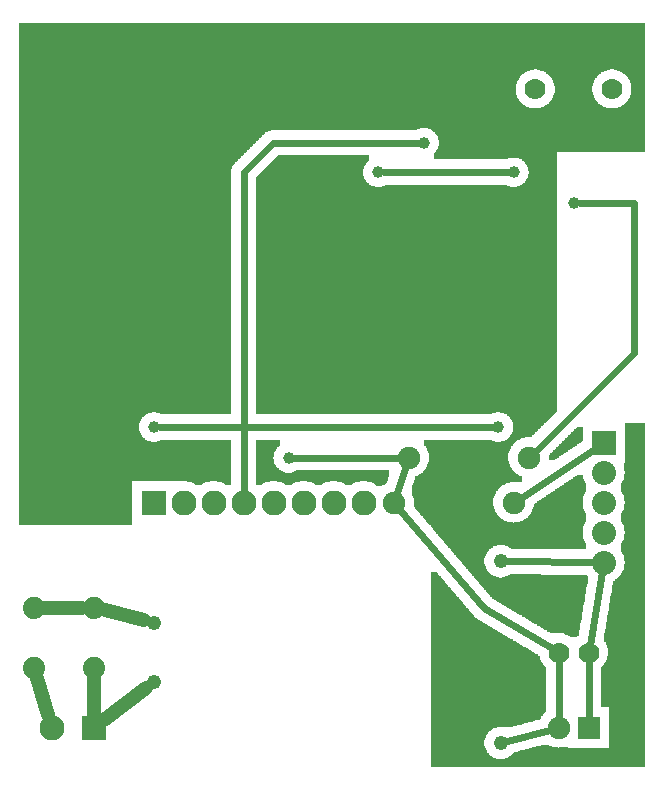
<source format=gbl>
G04 MADE WITH FRITZING*
G04 WWW.FRITZING.ORG*
G04 DOUBLE SIDED*
G04 HOLES PLATED*
G04 CONTOUR ON CENTER OF CONTOUR VECTOR*
%ASAXBY*%
%FSLAX23Y23*%
%MOIN*%
%OFA0B0*%
%SFA1.0B1.0*%
%ADD10C,0.075000*%
%ADD11C,0.074000*%
%ADD12C,0.047978*%
%ADD13C,0.080000*%
%ADD14C,0.083307*%
%ADD15C,0.070000*%
%ADD16C,0.039370*%
%ADD17R,0.080000X0.080000*%
%ADD18R,0.083307X0.083307*%
%ADD19R,0.075000X0.075000*%
%ADD20C,0.048000*%
%ADD21C,0.024000*%
%LNCOPPER0*%
G90*
G70*
G54D10*
X122Y2451D03*
X2065Y628D03*
G54D11*
X87Y372D03*
X87Y572D03*
X287Y572D03*
X287Y372D03*
G54D12*
X487Y325D03*
X487Y522D03*
X1644Y727D03*
X1644Y121D03*
G54D13*
X1987Y1122D03*
X1987Y1022D03*
X1987Y922D03*
X1987Y822D03*
X1987Y722D03*
G54D14*
X487Y922D03*
X587Y922D03*
X687Y922D03*
X787Y922D03*
X887Y922D03*
X987Y922D03*
X1087Y922D03*
X1187Y922D03*
X287Y172D03*
X149Y172D03*
G54D10*
X1937Y172D03*
X1837Y172D03*
G54D15*
X1937Y422D03*
X1837Y422D03*
X1937Y422D03*
X1837Y422D03*
G54D10*
X1687Y922D03*
X1287Y922D03*
X1737Y1072D03*
X1337Y1072D03*
G54D15*
X2015Y2300D03*
X1759Y2300D03*
G54D16*
X1389Y2121D03*
X1888Y1921D03*
X1688Y2023D03*
X1235Y2023D03*
X937Y1071D03*
X488Y1173D03*
X1636Y1173D03*
G54D17*
X1987Y1122D03*
G54D18*
X487Y922D03*
X287Y172D03*
G54D19*
X1937Y172D03*
G54D20*
X455Y530D02*
X324Y563D01*
D02*
X249Y572D02*
X125Y572D01*
D02*
X98Y336D02*
X136Y214D01*
D02*
X287Y334D02*
X287Y216D01*
G54D21*
D02*
X1810Y165D02*
X1666Y126D01*
G54D20*
D02*
X322Y199D02*
X461Y305D01*
G54D21*
D02*
X1589Y570D02*
X1815Y436D01*
D02*
X1306Y900D02*
X1589Y570D01*
D02*
X1837Y396D02*
X1837Y201D01*
D02*
X1937Y396D02*
X1937Y201D01*
D02*
X1982Y691D02*
X1942Y448D01*
D02*
X1667Y726D02*
X1956Y723D01*
D02*
X1328Y1045D02*
X1296Y949D01*
D02*
X1711Y938D02*
X1961Y1105D01*
D02*
X885Y2121D02*
X1370Y2121D01*
D02*
X787Y2023D02*
X885Y2121D01*
D02*
X787Y955D02*
X787Y2023D01*
D02*
X2089Y1921D02*
X1907Y1921D01*
D02*
X2089Y1421D02*
X2089Y1921D01*
D02*
X1758Y1092D02*
X2089Y1421D01*
D02*
X1254Y2023D02*
X1669Y2023D01*
D02*
X956Y1071D02*
X1309Y1072D01*
D02*
X1617Y1173D02*
X507Y1173D01*
G36*
X1898Y1174D02*
X1898Y1172D01*
X1896Y1172D01*
X1896Y1170D01*
X1894Y1170D01*
X1894Y1168D01*
X1892Y1168D01*
X1892Y1166D01*
X1890Y1166D01*
X1890Y1164D01*
X1888Y1164D01*
X1888Y1162D01*
X1886Y1162D01*
X1886Y1160D01*
X1884Y1160D01*
X1884Y1158D01*
X1882Y1158D01*
X1882Y1156D01*
X1880Y1156D01*
X1880Y1154D01*
X1878Y1154D01*
X1878Y1152D01*
X1876Y1152D01*
X1876Y1150D01*
X1874Y1150D01*
X1874Y1148D01*
X1872Y1148D01*
X1872Y1146D01*
X1870Y1146D01*
X1870Y1144D01*
X1868Y1144D01*
X1868Y1142D01*
X1866Y1142D01*
X1866Y1140D01*
X1864Y1140D01*
X1864Y1138D01*
X1862Y1138D01*
X1862Y1136D01*
X1860Y1136D01*
X1860Y1134D01*
X1858Y1134D01*
X1858Y1132D01*
X1856Y1132D01*
X1856Y1130D01*
X1854Y1130D01*
X1854Y1128D01*
X1852Y1128D01*
X1852Y1126D01*
X1850Y1126D01*
X1850Y1124D01*
X1848Y1124D01*
X1848Y1122D01*
X1846Y1122D01*
X1846Y1120D01*
X1844Y1120D01*
X1844Y1118D01*
X1842Y1118D01*
X1842Y1116D01*
X1840Y1116D01*
X1840Y1114D01*
X1838Y1114D01*
X1838Y1112D01*
X1836Y1112D01*
X1836Y1110D01*
X1834Y1110D01*
X1834Y1108D01*
X1832Y1108D01*
X1832Y1106D01*
X1830Y1106D01*
X1830Y1104D01*
X1828Y1104D01*
X1828Y1102D01*
X1826Y1102D01*
X1826Y1100D01*
X1824Y1100D01*
X1824Y1098D01*
X1822Y1098D01*
X1822Y1096D01*
X1820Y1096D01*
X1820Y1094D01*
X1818Y1094D01*
X1818Y1092D01*
X1816Y1092D01*
X1816Y1090D01*
X1814Y1090D01*
X1814Y1088D01*
X1812Y1088D01*
X1812Y1086D01*
X1810Y1086D01*
X1810Y1084D01*
X1808Y1084D01*
X1808Y1082D01*
X1806Y1082D01*
X1806Y1080D01*
X1804Y1080D01*
X1804Y1064D01*
X1826Y1064D01*
X1826Y1066D01*
X1828Y1066D01*
X1828Y1068D01*
X1832Y1068D01*
X1832Y1070D01*
X1834Y1070D01*
X1834Y1072D01*
X1838Y1072D01*
X1838Y1074D01*
X1840Y1074D01*
X1840Y1076D01*
X1844Y1076D01*
X1844Y1078D01*
X1846Y1078D01*
X1846Y1080D01*
X1850Y1080D01*
X1850Y1082D01*
X1852Y1082D01*
X1852Y1084D01*
X1856Y1084D01*
X1856Y1086D01*
X1858Y1086D01*
X1858Y1088D01*
X1862Y1088D01*
X1862Y1090D01*
X1864Y1090D01*
X1864Y1092D01*
X1868Y1092D01*
X1868Y1094D01*
X1870Y1094D01*
X1870Y1096D01*
X1874Y1096D01*
X1874Y1098D01*
X1876Y1098D01*
X1876Y1100D01*
X1880Y1100D01*
X1880Y1102D01*
X1882Y1102D01*
X1882Y1104D01*
X1886Y1104D01*
X1886Y1106D01*
X1888Y1106D01*
X1888Y1108D01*
X1892Y1108D01*
X1892Y1110D01*
X1894Y1110D01*
X1894Y1112D01*
X1898Y1112D01*
X1898Y1114D01*
X1900Y1114D01*
X1900Y1116D01*
X1904Y1116D01*
X1904Y1118D01*
X1906Y1118D01*
X1906Y1120D01*
X1910Y1120D01*
X1910Y1122D01*
X1912Y1122D01*
X1912Y1124D01*
X1916Y1124D01*
X1916Y1126D01*
X1918Y1126D01*
X1918Y1174D01*
X1898Y1174D01*
G37*
D02*
G36*
X830Y1132D02*
X830Y1022D01*
X926Y1022D01*
X926Y1024D01*
X920Y1024D01*
X920Y1026D01*
X914Y1026D01*
X914Y1028D01*
X912Y1028D01*
X912Y1030D01*
X908Y1030D01*
X908Y1032D01*
X906Y1032D01*
X906Y1034D01*
X904Y1034D01*
X904Y1036D01*
X900Y1036D01*
X900Y1040D01*
X898Y1040D01*
X898Y1042D01*
X896Y1042D01*
X896Y1044D01*
X894Y1044D01*
X894Y1048D01*
X892Y1048D01*
X892Y1052D01*
X890Y1052D01*
X890Y1058D01*
X888Y1058D01*
X888Y1068D01*
X886Y1068D01*
X886Y1074D01*
X888Y1074D01*
X888Y1086D01*
X890Y1086D01*
X890Y1092D01*
X892Y1092D01*
X892Y1094D01*
X894Y1094D01*
X894Y1098D01*
X896Y1098D01*
X896Y1102D01*
X898Y1102D01*
X898Y1104D01*
X900Y1104D01*
X900Y1106D01*
X902Y1106D01*
X902Y1108D01*
X904Y1108D01*
X904Y1110D01*
X906Y1110D01*
X906Y1112D01*
X910Y1112D01*
X910Y1132D01*
X830Y1132D01*
G37*
D02*
G36*
X962Y1030D02*
X962Y1028D01*
X958Y1028D01*
X958Y1026D01*
X954Y1026D01*
X954Y1024D01*
X948Y1024D01*
X948Y1022D01*
X1272Y1022D01*
X1272Y1030D01*
X962Y1030D01*
G37*
D02*
G36*
X830Y1022D02*
X830Y1020D01*
X1272Y1020D01*
X1272Y1022D01*
X830Y1022D01*
G37*
D02*
G36*
X830Y1022D02*
X830Y1020D01*
X1272Y1020D01*
X1272Y1022D01*
X830Y1022D01*
G37*
D02*
G36*
X830Y1020D02*
X830Y994D01*
X1198Y994D01*
X1198Y992D01*
X1208Y992D01*
X1208Y990D01*
X1214Y990D01*
X1214Y988D01*
X1218Y988D01*
X1218Y986D01*
X1222Y986D01*
X1222Y984D01*
X1226Y984D01*
X1226Y982D01*
X1228Y982D01*
X1228Y980D01*
X1230Y980D01*
X1230Y978D01*
X1250Y978D01*
X1250Y980D01*
X1254Y980D01*
X1254Y982D01*
X1258Y982D01*
X1258Y984D01*
X1262Y984D01*
X1262Y986D01*
X1264Y986D01*
X1264Y988D01*
X1266Y988D01*
X1266Y994D01*
X1268Y994D01*
X1268Y1000D01*
X1270Y1000D01*
X1270Y1006D01*
X1272Y1006D01*
X1272Y1020D01*
X830Y1020D01*
G37*
D02*
G36*
X830Y994D02*
X830Y982D01*
X850Y982D01*
X850Y984D01*
X852Y984D01*
X852Y986D01*
X856Y986D01*
X856Y988D01*
X860Y988D01*
X860Y990D01*
X866Y990D01*
X866Y992D01*
X876Y992D01*
X876Y994D01*
X830Y994D01*
G37*
D02*
G36*
X898Y994D02*
X898Y992D01*
X908Y992D01*
X908Y990D01*
X914Y990D01*
X914Y988D01*
X918Y988D01*
X918Y986D01*
X922Y986D01*
X922Y984D01*
X926Y984D01*
X926Y982D01*
X950Y982D01*
X950Y984D01*
X952Y984D01*
X952Y986D01*
X956Y986D01*
X956Y988D01*
X960Y988D01*
X960Y990D01*
X966Y990D01*
X966Y992D01*
X976Y992D01*
X976Y994D01*
X898Y994D01*
G37*
D02*
G36*
X998Y994D02*
X998Y992D01*
X1008Y992D01*
X1008Y990D01*
X1014Y990D01*
X1014Y988D01*
X1018Y988D01*
X1018Y986D01*
X1022Y986D01*
X1022Y984D01*
X1026Y984D01*
X1026Y982D01*
X1050Y982D01*
X1050Y984D01*
X1052Y984D01*
X1052Y986D01*
X1056Y986D01*
X1056Y988D01*
X1060Y988D01*
X1060Y990D01*
X1066Y990D01*
X1066Y992D01*
X1076Y992D01*
X1076Y994D01*
X998Y994D01*
G37*
D02*
G36*
X1098Y994D02*
X1098Y992D01*
X1108Y992D01*
X1108Y990D01*
X1114Y990D01*
X1114Y988D01*
X1118Y988D01*
X1118Y986D01*
X1122Y986D01*
X1122Y984D01*
X1126Y984D01*
X1126Y982D01*
X1150Y982D01*
X1150Y984D01*
X1152Y984D01*
X1152Y986D01*
X1156Y986D01*
X1156Y988D01*
X1160Y988D01*
X1160Y990D01*
X1166Y990D01*
X1166Y992D01*
X1176Y992D01*
X1176Y994D01*
X1098Y994D01*
G37*
D02*
G36*
X40Y2522D02*
X40Y2366D01*
X2022Y2366D01*
X2022Y2364D01*
X2032Y2364D01*
X2032Y2362D01*
X2038Y2362D01*
X2038Y2360D01*
X2042Y2360D01*
X2042Y2358D01*
X2046Y2358D01*
X2046Y2356D01*
X2050Y2356D01*
X2050Y2354D01*
X2052Y2354D01*
X2052Y2352D01*
X2056Y2352D01*
X2056Y2350D01*
X2058Y2350D01*
X2058Y2348D01*
X2060Y2348D01*
X2060Y2346D01*
X2062Y2346D01*
X2062Y2344D01*
X2064Y2344D01*
X2064Y2342D01*
X2066Y2342D01*
X2066Y2340D01*
X2068Y2340D01*
X2068Y2336D01*
X2070Y2336D01*
X2070Y2334D01*
X2072Y2334D01*
X2072Y2330D01*
X2074Y2330D01*
X2074Y2326D01*
X2076Y2326D01*
X2076Y2320D01*
X2078Y2320D01*
X2078Y2312D01*
X2080Y2312D01*
X2080Y2288D01*
X2078Y2288D01*
X2078Y2280D01*
X2076Y2280D01*
X2076Y2274D01*
X2074Y2274D01*
X2074Y2270D01*
X2072Y2270D01*
X2072Y2268D01*
X2070Y2268D01*
X2070Y2264D01*
X2068Y2264D01*
X2068Y2262D01*
X2066Y2262D01*
X2066Y2258D01*
X2064Y2258D01*
X2064Y2256D01*
X2062Y2256D01*
X2062Y2254D01*
X2060Y2254D01*
X2060Y2252D01*
X2058Y2252D01*
X2058Y2250D01*
X2054Y2250D01*
X2054Y2248D01*
X2052Y2248D01*
X2052Y2246D01*
X2048Y2246D01*
X2048Y2244D01*
X2046Y2244D01*
X2046Y2242D01*
X2042Y2242D01*
X2042Y2240D01*
X2036Y2240D01*
X2036Y2238D01*
X2030Y2238D01*
X2030Y2236D01*
X2124Y2236D01*
X2124Y2522D01*
X40Y2522D01*
G37*
D02*
G36*
X40Y2366D02*
X40Y2236D01*
X1744Y2236D01*
X1744Y2238D01*
X1738Y2238D01*
X1738Y2240D01*
X1732Y2240D01*
X1732Y2242D01*
X1728Y2242D01*
X1728Y2244D01*
X1726Y2244D01*
X1726Y2246D01*
X1722Y2246D01*
X1722Y2248D01*
X1720Y2248D01*
X1720Y2250D01*
X1718Y2250D01*
X1718Y2252D01*
X1714Y2252D01*
X1714Y2254D01*
X1712Y2254D01*
X1712Y2256D01*
X1710Y2256D01*
X1710Y2260D01*
X1708Y2260D01*
X1708Y2262D01*
X1706Y2262D01*
X1706Y2264D01*
X1704Y2264D01*
X1704Y2268D01*
X1702Y2268D01*
X1702Y2272D01*
X1700Y2272D01*
X1700Y2276D01*
X1698Y2276D01*
X1698Y2282D01*
X1696Y2282D01*
X1696Y2292D01*
X1694Y2292D01*
X1694Y2310D01*
X1696Y2310D01*
X1696Y2318D01*
X1698Y2318D01*
X1698Y2324D01*
X1700Y2324D01*
X1700Y2328D01*
X1702Y2328D01*
X1702Y2332D01*
X1704Y2332D01*
X1704Y2336D01*
X1706Y2336D01*
X1706Y2338D01*
X1708Y2338D01*
X1708Y2342D01*
X1710Y2342D01*
X1710Y2344D01*
X1712Y2344D01*
X1712Y2346D01*
X1714Y2346D01*
X1714Y2348D01*
X1716Y2348D01*
X1716Y2350D01*
X1718Y2350D01*
X1718Y2352D01*
X1722Y2352D01*
X1722Y2354D01*
X1724Y2354D01*
X1724Y2356D01*
X1728Y2356D01*
X1728Y2358D01*
X1732Y2358D01*
X1732Y2360D01*
X1736Y2360D01*
X1736Y2362D01*
X1742Y2362D01*
X1742Y2364D01*
X1754Y2364D01*
X1754Y2366D01*
X40Y2366D01*
G37*
D02*
G36*
X1766Y2366D02*
X1766Y2364D01*
X1776Y2364D01*
X1776Y2362D01*
X1782Y2362D01*
X1782Y2360D01*
X1788Y2360D01*
X1788Y2358D01*
X1790Y2358D01*
X1790Y2356D01*
X1794Y2356D01*
X1794Y2354D01*
X1796Y2354D01*
X1796Y2352D01*
X1800Y2352D01*
X1800Y2350D01*
X1802Y2350D01*
X1802Y2348D01*
X1804Y2348D01*
X1804Y2346D01*
X1806Y2346D01*
X1806Y2344D01*
X1808Y2344D01*
X1808Y2342D01*
X1810Y2342D01*
X1810Y2340D01*
X1812Y2340D01*
X1812Y2336D01*
X1814Y2336D01*
X1814Y2334D01*
X1816Y2334D01*
X1816Y2330D01*
X1818Y2330D01*
X1818Y2326D01*
X1820Y2326D01*
X1820Y2320D01*
X1822Y2320D01*
X1822Y2312D01*
X1824Y2312D01*
X1824Y2288D01*
X1822Y2288D01*
X1822Y2280D01*
X1820Y2280D01*
X1820Y2274D01*
X1818Y2274D01*
X1818Y2270D01*
X1816Y2270D01*
X1816Y2268D01*
X1814Y2268D01*
X1814Y2264D01*
X1812Y2264D01*
X1812Y2262D01*
X1810Y2262D01*
X1810Y2258D01*
X1808Y2258D01*
X1808Y2256D01*
X1806Y2256D01*
X1806Y2254D01*
X1804Y2254D01*
X1804Y2252D01*
X1802Y2252D01*
X1802Y2250D01*
X1798Y2250D01*
X1798Y2248D01*
X1796Y2248D01*
X1796Y2246D01*
X1792Y2246D01*
X1792Y2244D01*
X1790Y2244D01*
X1790Y2242D01*
X1786Y2242D01*
X1786Y2240D01*
X1780Y2240D01*
X1780Y2238D01*
X1774Y2238D01*
X1774Y2236D01*
X2000Y2236D01*
X2000Y2238D01*
X1994Y2238D01*
X1994Y2240D01*
X1988Y2240D01*
X1988Y2242D01*
X1984Y2242D01*
X1984Y2244D01*
X1982Y2244D01*
X1982Y2246D01*
X1978Y2246D01*
X1978Y2248D01*
X1976Y2248D01*
X1976Y2250D01*
X1974Y2250D01*
X1974Y2252D01*
X1970Y2252D01*
X1970Y2254D01*
X1968Y2254D01*
X1968Y2256D01*
X1966Y2256D01*
X1966Y2260D01*
X1964Y2260D01*
X1964Y2262D01*
X1962Y2262D01*
X1962Y2264D01*
X1960Y2264D01*
X1960Y2268D01*
X1958Y2268D01*
X1958Y2272D01*
X1956Y2272D01*
X1956Y2276D01*
X1954Y2276D01*
X1954Y2282D01*
X1952Y2282D01*
X1952Y2290D01*
X1950Y2290D01*
X1950Y2310D01*
X1952Y2310D01*
X1952Y2320D01*
X1954Y2320D01*
X1954Y2324D01*
X1956Y2324D01*
X1956Y2330D01*
X1958Y2330D01*
X1958Y2332D01*
X1960Y2332D01*
X1960Y2336D01*
X1962Y2336D01*
X1962Y2338D01*
X1964Y2338D01*
X1964Y2342D01*
X1966Y2342D01*
X1966Y2344D01*
X1968Y2344D01*
X1968Y2346D01*
X1970Y2346D01*
X1970Y2348D01*
X1972Y2348D01*
X1972Y2350D01*
X1974Y2350D01*
X1974Y2352D01*
X1978Y2352D01*
X1978Y2354D01*
X1980Y2354D01*
X1980Y2356D01*
X1984Y2356D01*
X1984Y2358D01*
X1988Y2358D01*
X1988Y2360D01*
X1992Y2360D01*
X1992Y2362D01*
X1998Y2362D01*
X1998Y2364D01*
X2010Y2364D01*
X2010Y2366D01*
X1766Y2366D01*
G37*
D02*
G36*
X40Y2236D02*
X40Y2234D01*
X2124Y2234D01*
X2124Y2236D01*
X40Y2236D01*
G37*
D02*
G36*
X40Y2236D02*
X40Y2234D01*
X2124Y2234D01*
X2124Y2236D01*
X40Y2236D01*
G37*
D02*
G36*
X40Y2236D02*
X40Y2234D01*
X2124Y2234D01*
X2124Y2236D01*
X40Y2236D01*
G37*
D02*
G36*
X40Y2234D02*
X40Y2172D01*
X1390Y2172D01*
X1390Y2170D01*
X1402Y2170D01*
X1402Y2168D01*
X1408Y2168D01*
X1408Y2166D01*
X1412Y2166D01*
X1412Y2164D01*
X1416Y2164D01*
X1416Y2162D01*
X1418Y2162D01*
X1418Y2160D01*
X1420Y2160D01*
X1420Y2158D01*
X1424Y2158D01*
X1424Y2156D01*
X1426Y2156D01*
X1426Y2152D01*
X1428Y2152D01*
X1428Y2150D01*
X1430Y2150D01*
X1430Y2146D01*
X1432Y2146D01*
X1432Y2144D01*
X1434Y2144D01*
X1434Y2140D01*
X1436Y2140D01*
X1436Y2132D01*
X1438Y2132D01*
X1438Y2110D01*
X1436Y2110D01*
X1436Y2104D01*
X1434Y2104D01*
X1434Y2100D01*
X1432Y2100D01*
X1432Y2096D01*
X1430Y2096D01*
X1430Y2092D01*
X1428Y2092D01*
X1428Y2090D01*
X1426Y2090D01*
X1426Y2088D01*
X1424Y2088D01*
X1424Y2086D01*
X1422Y2086D01*
X1422Y2072D01*
X1700Y2072D01*
X1700Y2070D01*
X1706Y2070D01*
X1706Y2068D01*
X1710Y2068D01*
X1710Y2066D01*
X1714Y2066D01*
X1714Y2064D01*
X1716Y2064D01*
X1716Y2062D01*
X1720Y2062D01*
X1720Y2060D01*
X1722Y2060D01*
X1722Y2058D01*
X1724Y2058D01*
X1724Y2056D01*
X1726Y2056D01*
X1726Y2052D01*
X1728Y2052D01*
X1728Y2050D01*
X1730Y2050D01*
X1730Y2046D01*
X1732Y2046D01*
X1732Y2042D01*
X1734Y2042D01*
X1734Y2038D01*
X1736Y2038D01*
X1736Y2028D01*
X1738Y2028D01*
X1738Y2018D01*
X1736Y2018D01*
X1736Y2010D01*
X1734Y2010D01*
X1734Y2004D01*
X1732Y2004D01*
X1732Y2000D01*
X1730Y2000D01*
X1730Y1996D01*
X1728Y1996D01*
X1728Y1994D01*
X1726Y1994D01*
X1726Y1990D01*
X1724Y1990D01*
X1724Y1988D01*
X1722Y1988D01*
X1722Y1986D01*
X1720Y1986D01*
X1720Y1984D01*
X1716Y1984D01*
X1716Y1982D01*
X1714Y1982D01*
X1714Y1980D01*
X1710Y1980D01*
X1710Y1978D01*
X1706Y1978D01*
X1706Y1976D01*
X1700Y1976D01*
X1700Y1974D01*
X1832Y1974D01*
X1832Y2090D01*
X2124Y2090D01*
X2124Y2234D01*
X40Y2234D01*
G37*
D02*
G36*
X40Y2172D02*
X40Y1224D01*
X494Y1224D01*
X494Y1222D01*
X502Y1222D01*
X502Y1220D01*
X508Y1220D01*
X508Y1218D01*
X512Y1218D01*
X512Y1216D01*
X746Y1216D01*
X746Y2034D01*
X748Y2034D01*
X748Y2040D01*
X750Y2040D01*
X750Y2044D01*
X752Y2044D01*
X752Y2048D01*
X754Y2048D01*
X754Y2050D01*
X756Y2050D01*
X756Y2052D01*
X758Y2052D01*
X758Y2054D01*
X760Y2054D01*
X760Y2056D01*
X762Y2056D01*
X762Y2058D01*
X764Y2058D01*
X764Y2060D01*
X766Y2060D01*
X766Y2062D01*
X768Y2062D01*
X768Y2064D01*
X770Y2064D01*
X770Y2066D01*
X772Y2066D01*
X772Y2068D01*
X774Y2068D01*
X774Y2070D01*
X776Y2070D01*
X776Y2072D01*
X778Y2072D01*
X778Y2074D01*
X780Y2074D01*
X780Y2076D01*
X782Y2076D01*
X782Y2078D01*
X784Y2078D01*
X784Y2080D01*
X786Y2080D01*
X786Y2082D01*
X788Y2082D01*
X788Y2084D01*
X790Y2084D01*
X790Y2086D01*
X792Y2086D01*
X792Y2088D01*
X794Y2088D01*
X794Y2090D01*
X796Y2090D01*
X796Y2092D01*
X798Y2092D01*
X798Y2094D01*
X800Y2094D01*
X800Y2096D01*
X802Y2096D01*
X802Y2098D01*
X804Y2098D01*
X804Y2100D01*
X806Y2100D01*
X806Y2102D01*
X808Y2102D01*
X808Y2104D01*
X810Y2104D01*
X810Y2106D01*
X812Y2106D01*
X812Y2108D01*
X814Y2108D01*
X814Y2110D01*
X816Y2110D01*
X816Y2112D01*
X818Y2112D01*
X818Y2114D01*
X820Y2114D01*
X820Y2116D01*
X822Y2116D01*
X822Y2118D01*
X824Y2118D01*
X824Y2120D01*
X826Y2120D01*
X826Y2122D01*
X828Y2122D01*
X828Y2124D01*
X830Y2124D01*
X830Y2126D01*
X832Y2126D01*
X832Y2128D01*
X834Y2128D01*
X834Y2130D01*
X836Y2130D01*
X836Y2132D01*
X838Y2132D01*
X838Y2134D01*
X840Y2134D01*
X840Y2136D01*
X842Y2136D01*
X842Y2138D01*
X844Y2138D01*
X844Y2140D01*
X846Y2140D01*
X846Y2142D01*
X848Y2142D01*
X848Y2144D01*
X850Y2144D01*
X850Y2146D01*
X852Y2146D01*
X852Y2148D01*
X854Y2148D01*
X854Y2150D01*
X856Y2150D01*
X856Y2152D01*
X858Y2152D01*
X858Y2154D01*
X860Y2154D01*
X860Y2156D01*
X864Y2156D01*
X864Y2158D01*
X868Y2158D01*
X868Y2160D01*
X872Y2160D01*
X872Y2162D01*
X880Y2162D01*
X880Y2164D01*
X1366Y2164D01*
X1366Y2166D01*
X1370Y2166D01*
X1370Y2168D01*
X1376Y2168D01*
X1376Y2170D01*
X1388Y2170D01*
X1388Y2172D01*
X40Y2172D01*
G37*
D02*
G36*
X902Y2080D02*
X902Y2078D01*
X900Y2078D01*
X900Y2076D01*
X898Y2076D01*
X898Y2074D01*
X896Y2074D01*
X896Y2072D01*
X894Y2072D01*
X894Y2070D01*
X892Y2070D01*
X892Y2068D01*
X890Y2068D01*
X890Y2066D01*
X888Y2066D01*
X888Y2064D01*
X886Y2064D01*
X886Y2062D01*
X884Y2062D01*
X884Y2060D01*
X882Y2060D01*
X882Y2058D01*
X880Y2058D01*
X880Y2056D01*
X878Y2056D01*
X878Y2054D01*
X876Y2054D01*
X876Y2052D01*
X874Y2052D01*
X874Y2050D01*
X872Y2050D01*
X872Y2048D01*
X870Y2048D01*
X870Y2046D01*
X868Y2046D01*
X868Y2044D01*
X866Y2044D01*
X866Y2042D01*
X864Y2042D01*
X864Y2040D01*
X862Y2040D01*
X862Y2038D01*
X860Y2038D01*
X860Y2036D01*
X858Y2036D01*
X858Y2034D01*
X856Y2034D01*
X856Y2032D01*
X854Y2032D01*
X854Y2030D01*
X852Y2030D01*
X852Y2028D01*
X850Y2028D01*
X850Y2026D01*
X848Y2026D01*
X848Y2024D01*
X846Y2024D01*
X846Y2022D01*
X844Y2022D01*
X844Y2020D01*
X842Y2020D01*
X842Y2018D01*
X840Y2018D01*
X840Y2016D01*
X838Y2016D01*
X838Y2014D01*
X836Y2014D01*
X836Y2012D01*
X834Y2012D01*
X834Y2010D01*
X832Y2010D01*
X832Y2008D01*
X830Y2008D01*
X830Y1974D01*
X1224Y1974D01*
X1224Y1976D01*
X1216Y1976D01*
X1216Y1978D01*
X1212Y1978D01*
X1212Y1980D01*
X1210Y1980D01*
X1210Y1982D01*
X1206Y1982D01*
X1206Y1984D01*
X1204Y1984D01*
X1204Y1986D01*
X1202Y1986D01*
X1202Y1988D01*
X1200Y1988D01*
X1200Y1990D01*
X1198Y1990D01*
X1198Y1992D01*
X1196Y1992D01*
X1196Y1994D01*
X1194Y1994D01*
X1194Y1998D01*
X1192Y1998D01*
X1192Y2002D01*
X1190Y2002D01*
X1190Y2006D01*
X1188Y2006D01*
X1188Y2012D01*
X1186Y2012D01*
X1186Y2034D01*
X1188Y2034D01*
X1188Y2040D01*
X1190Y2040D01*
X1190Y2044D01*
X1192Y2044D01*
X1192Y2048D01*
X1194Y2048D01*
X1194Y2052D01*
X1196Y2052D01*
X1196Y2054D01*
X1198Y2054D01*
X1198Y2056D01*
X1200Y2056D01*
X1200Y2058D01*
X1202Y2058D01*
X1202Y2060D01*
X1204Y2060D01*
X1204Y2080D01*
X902Y2080D01*
G37*
D02*
G36*
X1422Y2072D02*
X1422Y2066D01*
X1666Y2066D01*
X1666Y2068D01*
X1668Y2068D01*
X1668Y2070D01*
X1676Y2070D01*
X1676Y2072D01*
X1422Y2072D01*
G37*
D02*
G36*
X1262Y1982D02*
X1262Y1980D01*
X1258Y1980D01*
X1258Y1978D01*
X1254Y1978D01*
X1254Y1976D01*
X1248Y1976D01*
X1248Y1974D01*
X1676Y1974D01*
X1676Y1976D01*
X1670Y1976D01*
X1670Y1978D01*
X1666Y1978D01*
X1666Y1980D01*
X1662Y1980D01*
X1662Y1982D01*
X1262Y1982D01*
G37*
D02*
G36*
X830Y1974D02*
X830Y1972D01*
X1832Y1972D01*
X1832Y1974D01*
X830Y1974D01*
G37*
D02*
G36*
X830Y1974D02*
X830Y1972D01*
X1832Y1972D01*
X1832Y1974D01*
X830Y1974D01*
G37*
D02*
G36*
X830Y1974D02*
X830Y1972D01*
X1832Y1972D01*
X1832Y1974D01*
X830Y1974D01*
G37*
D02*
G36*
X830Y1972D02*
X830Y1224D01*
X1642Y1224D01*
X1642Y1222D01*
X1650Y1222D01*
X1650Y1220D01*
X1656Y1220D01*
X1656Y1218D01*
X1660Y1218D01*
X1660Y1216D01*
X1664Y1216D01*
X1664Y1214D01*
X1666Y1214D01*
X1666Y1212D01*
X1668Y1212D01*
X1668Y1210D01*
X1672Y1210D01*
X1672Y1208D01*
X1674Y1208D01*
X1674Y1204D01*
X1676Y1204D01*
X1676Y1202D01*
X1678Y1202D01*
X1678Y1198D01*
X1680Y1198D01*
X1680Y1196D01*
X1682Y1196D01*
X1682Y1190D01*
X1684Y1190D01*
X1684Y1184D01*
X1686Y1184D01*
X1686Y1164D01*
X1684Y1164D01*
X1684Y1156D01*
X1682Y1156D01*
X1682Y1152D01*
X1680Y1152D01*
X1680Y1148D01*
X1678Y1148D01*
X1678Y1146D01*
X1676Y1146D01*
X1676Y1142D01*
X1674Y1142D01*
X1674Y1140D01*
X1672Y1140D01*
X1672Y1138D01*
X1670Y1138D01*
X1670Y1136D01*
X1668Y1136D01*
X1668Y1134D01*
X1664Y1134D01*
X1664Y1132D01*
X1662Y1132D01*
X1662Y1130D01*
X1658Y1130D01*
X1658Y1128D01*
X1652Y1128D01*
X1652Y1126D01*
X1646Y1126D01*
X1646Y1124D01*
X1696Y1124D01*
X1696Y1126D01*
X1698Y1126D01*
X1698Y1128D01*
X1700Y1128D01*
X1700Y1130D01*
X1704Y1130D01*
X1704Y1132D01*
X1708Y1132D01*
X1708Y1134D01*
X1712Y1134D01*
X1712Y1136D01*
X1718Y1136D01*
X1718Y1138D01*
X1726Y1138D01*
X1726Y1140D01*
X1746Y1140D01*
X1746Y1142D01*
X1748Y1142D01*
X1748Y1144D01*
X1750Y1144D01*
X1750Y1146D01*
X1752Y1146D01*
X1752Y1148D01*
X1754Y1148D01*
X1754Y1150D01*
X1756Y1150D01*
X1756Y1152D01*
X1758Y1152D01*
X1758Y1154D01*
X1760Y1154D01*
X1760Y1156D01*
X1762Y1156D01*
X1762Y1158D01*
X1764Y1158D01*
X1764Y1160D01*
X1766Y1160D01*
X1766Y1162D01*
X1768Y1162D01*
X1768Y1164D01*
X1770Y1164D01*
X1770Y1166D01*
X1772Y1166D01*
X1772Y1168D01*
X1774Y1168D01*
X1774Y1170D01*
X1776Y1170D01*
X1776Y1172D01*
X1778Y1172D01*
X1778Y1174D01*
X1780Y1174D01*
X1780Y1176D01*
X1782Y1176D01*
X1782Y1178D01*
X1784Y1178D01*
X1784Y1180D01*
X1786Y1180D01*
X1786Y1182D01*
X1788Y1182D01*
X1788Y1184D01*
X1790Y1184D01*
X1790Y1186D01*
X1794Y1186D01*
X1794Y1188D01*
X1796Y1188D01*
X1796Y1190D01*
X1798Y1190D01*
X1798Y1192D01*
X1800Y1192D01*
X1800Y1194D01*
X1802Y1194D01*
X1802Y1196D01*
X1804Y1196D01*
X1804Y1198D01*
X1806Y1198D01*
X1806Y1200D01*
X1808Y1200D01*
X1808Y1202D01*
X1810Y1202D01*
X1810Y1204D01*
X1812Y1204D01*
X1812Y1206D01*
X1814Y1206D01*
X1814Y1208D01*
X1816Y1208D01*
X1816Y1210D01*
X1818Y1210D01*
X1818Y1212D01*
X1820Y1212D01*
X1820Y1214D01*
X1822Y1214D01*
X1822Y1216D01*
X1824Y1216D01*
X1824Y1218D01*
X1826Y1218D01*
X1826Y1220D01*
X1828Y1220D01*
X1828Y1222D01*
X1830Y1222D01*
X1830Y1224D01*
X1832Y1224D01*
X1832Y1972D01*
X830Y1972D01*
G37*
D02*
G36*
X40Y1224D02*
X40Y1124D01*
X478Y1124D01*
X478Y1126D01*
X472Y1126D01*
X472Y1128D01*
X466Y1128D01*
X466Y1130D01*
X464Y1130D01*
X464Y1132D01*
X460Y1132D01*
X460Y1134D01*
X458Y1134D01*
X458Y1136D01*
X456Y1136D01*
X456Y1138D01*
X452Y1138D01*
X452Y1142D01*
X450Y1142D01*
X450Y1144D01*
X448Y1144D01*
X448Y1146D01*
X446Y1146D01*
X446Y1150D01*
X444Y1150D01*
X444Y1154D01*
X442Y1154D01*
X442Y1160D01*
X440Y1160D01*
X440Y1168D01*
X438Y1168D01*
X438Y1180D01*
X440Y1180D01*
X440Y1188D01*
X442Y1188D01*
X442Y1194D01*
X444Y1194D01*
X444Y1198D01*
X446Y1198D01*
X446Y1200D01*
X448Y1200D01*
X448Y1204D01*
X450Y1204D01*
X450Y1206D01*
X452Y1206D01*
X452Y1208D01*
X454Y1208D01*
X454Y1210D01*
X456Y1210D01*
X456Y1212D01*
X458Y1212D01*
X458Y1214D01*
X462Y1214D01*
X462Y1216D01*
X464Y1216D01*
X464Y1218D01*
X468Y1218D01*
X468Y1220D01*
X474Y1220D01*
X474Y1222D01*
X482Y1222D01*
X482Y1224D01*
X40Y1224D01*
G37*
D02*
G36*
X830Y1224D02*
X830Y1216D01*
X1612Y1216D01*
X1612Y1218D01*
X1616Y1218D01*
X1616Y1220D01*
X1622Y1220D01*
X1622Y1222D01*
X1630Y1222D01*
X1630Y1224D01*
X830Y1224D01*
G37*
D02*
G36*
X514Y1132D02*
X514Y1130D01*
X510Y1130D01*
X510Y1128D01*
X504Y1128D01*
X504Y1126D01*
X498Y1126D01*
X498Y1124D01*
X746Y1124D01*
X746Y1132D01*
X514Y1132D01*
G37*
D02*
G36*
X1390Y1132D02*
X1390Y1124D01*
X1626Y1124D01*
X1626Y1126D01*
X1620Y1126D01*
X1620Y1128D01*
X1616Y1128D01*
X1616Y1130D01*
X1612Y1130D01*
X1612Y1132D01*
X1390Y1132D01*
G37*
D02*
G36*
X40Y1124D02*
X40Y1122D01*
X746Y1122D01*
X746Y1124D01*
X40Y1124D01*
G37*
D02*
G36*
X40Y1124D02*
X40Y1122D01*
X746Y1122D01*
X746Y1124D01*
X40Y1124D01*
G37*
D02*
G36*
X1390Y1124D02*
X1390Y1122D01*
X1692Y1122D01*
X1692Y1124D01*
X1390Y1124D01*
G37*
D02*
G36*
X1390Y1124D02*
X1390Y1122D01*
X1692Y1122D01*
X1692Y1124D01*
X1390Y1124D01*
G37*
D02*
G36*
X40Y1122D02*
X40Y994D01*
X698Y994D01*
X698Y992D01*
X708Y992D01*
X708Y990D01*
X714Y990D01*
X714Y988D01*
X718Y988D01*
X718Y986D01*
X722Y986D01*
X722Y984D01*
X726Y984D01*
X726Y982D01*
X746Y982D01*
X746Y1122D01*
X40Y1122D01*
G37*
D02*
G36*
X1390Y1122D02*
X1390Y1112D01*
X1392Y1112D01*
X1392Y1110D01*
X1394Y1110D01*
X1394Y1106D01*
X1396Y1106D01*
X1396Y1104D01*
X1398Y1104D01*
X1398Y1100D01*
X1400Y1100D01*
X1400Y1094D01*
X1402Y1094D01*
X1402Y1088D01*
X1404Y1088D01*
X1404Y1058D01*
X1402Y1058D01*
X1402Y1050D01*
X1400Y1050D01*
X1400Y1046D01*
X1398Y1046D01*
X1398Y1042D01*
X1396Y1042D01*
X1396Y1038D01*
X1394Y1038D01*
X1394Y1034D01*
X1392Y1034D01*
X1392Y1032D01*
X1390Y1032D01*
X1390Y1030D01*
X1388Y1030D01*
X1388Y1026D01*
X1386Y1026D01*
X1386Y1024D01*
X1384Y1024D01*
X1384Y1022D01*
X1380Y1022D01*
X1380Y1020D01*
X1378Y1020D01*
X1378Y1018D01*
X1376Y1018D01*
X1376Y1016D01*
X1372Y1016D01*
X1372Y1014D01*
X1368Y1014D01*
X1368Y1012D01*
X1366Y1012D01*
X1366Y1010D01*
X1360Y1010D01*
X1360Y1004D01*
X1358Y1004D01*
X1358Y998D01*
X1356Y998D01*
X1356Y992D01*
X1354Y992D01*
X1354Y986D01*
X1352Y986D01*
X1352Y980D01*
X1350Y980D01*
X1350Y974D01*
X1348Y974D01*
X1348Y950D01*
X1350Y950D01*
X1350Y944D01*
X1352Y944D01*
X1352Y938D01*
X1354Y938D01*
X1354Y908D01*
X1356Y908D01*
X1356Y906D01*
X1358Y906D01*
X1358Y904D01*
X1360Y904D01*
X1360Y900D01*
X1362Y900D01*
X1362Y898D01*
X1364Y898D01*
X1364Y896D01*
X1366Y896D01*
X1366Y894D01*
X1368Y894D01*
X1368Y892D01*
X1370Y892D01*
X1370Y890D01*
X1372Y890D01*
X1372Y886D01*
X1374Y886D01*
X1374Y884D01*
X1376Y884D01*
X1376Y882D01*
X1378Y882D01*
X1378Y880D01*
X1380Y880D01*
X1380Y878D01*
X1382Y878D01*
X1382Y876D01*
X1384Y876D01*
X1384Y872D01*
X1386Y872D01*
X1386Y870D01*
X1388Y870D01*
X1388Y868D01*
X1390Y868D01*
X1390Y866D01*
X1392Y866D01*
X1392Y864D01*
X1394Y864D01*
X1394Y860D01*
X1396Y860D01*
X1396Y858D01*
X1398Y858D01*
X1398Y856D01*
X1400Y856D01*
X1400Y854D01*
X1686Y854D01*
X1686Y856D01*
X1670Y856D01*
X1670Y858D01*
X1664Y858D01*
X1664Y860D01*
X1660Y860D01*
X1660Y862D01*
X1656Y862D01*
X1656Y864D01*
X1652Y864D01*
X1652Y866D01*
X1648Y866D01*
X1648Y868D01*
X1646Y868D01*
X1646Y870D01*
X1644Y870D01*
X1644Y872D01*
X1642Y872D01*
X1642Y874D01*
X1640Y874D01*
X1640Y876D01*
X1638Y876D01*
X1638Y878D01*
X1636Y878D01*
X1636Y880D01*
X1634Y880D01*
X1634Y882D01*
X1632Y882D01*
X1632Y886D01*
X1630Y886D01*
X1630Y888D01*
X1628Y888D01*
X1628Y892D01*
X1626Y892D01*
X1626Y896D01*
X1624Y896D01*
X1624Y902D01*
X1622Y902D01*
X1622Y910D01*
X1620Y910D01*
X1620Y936D01*
X1622Y936D01*
X1622Y944D01*
X1624Y944D01*
X1624Y948D01*
X1626Y948D01*
X1626Y952D01*
X1628Y952D01*
X1628Y956D01*
X1630Y956D01*
X1630Y960D01*
X1632Y960D01*
X1632Y962D01*
X1634Y962D01*
X1634Y964D01*
X1636Y964D01*
X1636Y968D01*
X1638Y968D01*
X1638Y970D01*
X1640Y970D01*
X1640Y972D01*
X1642Y972D01*
X1642Y974D01*
X1646Y974D01*
X1646Y976D01*
X1648Y976D01*
X1648Y978D01*
X1650Y978D01*
X1650Y980D01*
X1654Y980D01*
X1654Y982D01*
X1658Y982D01*
X1658Y984D01*
X1662Y984D01*
X1662Y986D01*
X1668Y986D01*
X1668Y988D01*
X1676Y988D01*
X1676Y990D01*
X1714Y990D01*
X1714Y1010D01*
X1710Y1010D01*
X1710Y1012D01*
X1706Y1012D01*
X1706Y1014D01*
X1702Y1014D01*
X1702Y1016D01*
X1698Y1016D01*
X1698Y1018D01*
X1696Y1018D01*
X1696Y1020D01*
X1694Y1020D01*
X1694Y1022D01*
X1692Y1022D01*
X1692Y1024D01*
X1690Y1024D01*
X1690Y1026D01*
X1688Y1026D01*
X1688Y1028D01*
X1686Y1028D01*
X1686Y1030D01*
X1684Y1030D01*
X1684Y1032D01*
X1682Y1032D01*
X1682Y1036D01*
X1680Y1036D01*
X1680Y1038D01*
X1678Y1038D01*
X1678Y1042D01*
X1676Y1042D01*
X1676Y1046D01*
X1674Y1046D01*
X1674Y1052D01*
X1672Y1052D01*
X1672Y1060D01*
X1670Y1060D01*
X1670Y1086D01*
X1672Y1086D01*
X1672Y1094D01*
X1674Y1094D01*
X1674Y1098D01*
X1676Y1098D01*
X1676Y1102D01*
X1678Y1102D01*
X1678Y1106D01*
X1680Y1106D01*
X1680Y1110D01*
X1682Y1110D01*
X1682Y1112D01*
X1684Y1112D01*
X1684Y1114D01*
X1686Y1114D01*
X1686Y1118D01*
X1688Y1118D01*
X1688Y1120D01*
X1690Y1120D01*
X1690Y1122D01*
X1390Y1122D01*
G37*
D02*
G36*
X1898Y1014D02*
X1898Y1012D01*
X1896Y1012D01*
X1896Y1010D01*
X1892Y1010D01*
X1892Y1008D01*
X1890Y1008D01*
X1890Y1006D01*
X1886Y1006D01*
X1886Y1004D01*
X1884Y1004D01*
X1884Y1002D01*
X1880Y1002D01*
X1880Y1000D01*
X1878Y1000D01*
X1878Y998D01*
X1874Y998D01*
X1874Y996D01*
X1872Y996D01*
X1872Y994D01*
X1868Y994D01*
X1868Y992D01*
X1866Y992D01*
X1866Y990D01*
X1862Y990D01*
X1862Y988D01*
X1860Y988D01*
X1860Y986D01*
X1856Y986D01*
X1856Y984D01*
X1854Y984D01*
X1854Y982D01*
X1850Y982D01*
X1850Y980D01*
X1848Y980D01*
X1848Y978D01*
X1844Y978D01*
X1844Y976D01*
X1842Y976D01*
X1842Y974D01*
X1838Y974D01*
X1838Y972D01*
X1836Y972D01*
X1836Y970D01*
X1832Y970D01*
X1832Y968D01*
X1830Y968D01*
X1830Y966D01*
X1826Y966D01*
X1826Y964D01*
X1824Y964D01*
X1824Y962D01*
X1820Y962D01*
X1820Y960D01*
X1818Y960D01*
X1818Y958D01*
X1814Y958D01*
X1814Y956D01*
X1812Y956D01*
X1812Y954D01*
X1808Y954D01*
X1808Y952D01*
X1806Y952D01*
X1806Y950D01*
X1802Y950D01*
X1802Y948D01*
X1800Y948D01*
X1800Y946D01*
X1796Y946D01*
X1796Y944D01*
X1794Y944D01*
X1794Y942D01*
X1790Y942D01*
X1790Y940D01*
X1788Y940D01*
X1788Y938D01*
X1784Y938D01*
X1784Y936D01*
X1782Y936D01*
X1782Y934D01*
X1778Y934D01*
X1778Y932D01*
X1776Y932D01*
X1776Y930D01*
X1772Y930D01*
X1772Y928D01*
X1770Y928D01*
X1770Y926D01*
X1766Y926D01*
X1766Y924D01*
X1764Y924D01*
X1764Y922D01*
X1760Y922D01*
X1760Y920D01*
X1758Y920D01*
X1758Y918D01*
X1754Y918D01*
X1754Y908D01*
X1752Y908D01*
X1752Y900D01*
X1750Y900D01*
X1750Y896D01*
X1748Y896D01*
X1748Y892D01*
X1746Y892D01*
X1746Y888D01*
X1744Y888D01*
X1744Y884D01*
X1742Y884D01*
X1742Y882D01*
X1740Y882D01*
X1740Y880D01*
X1738Y880D01*
X1738Y876D01*
X1736Y876D01*
X1736Y874D01*
X1734Y874D01*
X1734Y872D01*
X1730Y872D01*
X1730Y870D01*
X1728Y870D01*
X1728Y868D01*
X1726Y868D01*
X1726Y866D01*
X1722Y866D01*
X1722Y864D01*
X1718Y864D01*
X1718Y862D01*
X1716Y862D01*
X1716Y860D01*
X1710Y860D01*
X1710Y858D01*
X1704Y858D01*
X1704Y856D01*
X1688Y856D01*
X1688Y854D01*
X1926Y854D01*
X1926Y858D01*
X1928Y858D01*
X1928Y860D01*
X1930Y860D01*
X1930Y884D01*
X1928Y884D01*
X1928Y888D01*
X1926Y888D01*
X1926Y890D01*
X1924Y890D01*
X1924Y894D01*
X1922Y894D01*
X1922Y900D01*
X1920Y900D01*
X1920Y906D01*
X1918Y906D01*
X1918Y938D01*
X1920Y938D01*
X1920Y944D01*
X1922Y944D01*
X1922Y950D01*
X1924Y950D01*
X1924Y954D01*
X1926Y954D01*
X1926Y958D01*
X1928Y958D01*
X1928Y960D01*
X1930Y960D01*
X1930Y984D01*
X1928Y984D01*
X1928Y988D01*
X1926Y988D01*
X1926Y990D01*
X1924Y990D01*
X1924Y994D01*
X1922Y994D01*
X1922Y1000D01*
X1920Y1000D01*
X1920Y1006D01*
X1918Y1006D01*
X1918Y1014D01*
X1898Y1014D01*
G37*
D02*
G36*
X40Y994D02*
X40Y846D01*
X416Y846D01*
X416Y994D01*
X40Y994D01*
G37*
D02*
G36*
X598Y994D02*
X598Y992D01*
X608Y992D01*
X608Y990D01*
X614Y990D01*
X614Y988D01*
X618Y988D01*
X618Y986D01*
X622Y986D01*
X622Y984D01*
X626Y984D01*
X626Y982D01*
X650Y982D01*
X650Y984D01*
X652Y984D01*
X652Y986D01*
X656Y986D01*
X656Y988D01*
X660Y988D01*
X660Y990D01*
X666Y990D01*
X666Y992D01*
X676Y992D01*
X676Y994D01*
X598Y994D01*
G37*
D02*
G36*
X1402Y854D02*
X1402Y852D01*
X1924Y852D01*
X1924Y854D01*
X1402Y854D01*
G37*
D02*
G36*
X1402Y854D02*
X1402Y852D01*
X1924Y852D01*
X1924Y854D01*
X1402Y854D01*
G37*
D02*
G36*
X1404Y852D02*
X1404Y850D01*
X1406Y850D01*
X1406Y846D01*
X1412Y846D01*
X1412Y840D01*
X1414Y840D01*
X1414Y838D01*
X1416Y838D01*
X1416Y836D01*
X1418Y836D01*
X1418Y832D01*
X1420Y832D01*
X1420Y830D01*
X1422Y830D01*
X1422Y828D01*
X1424Y828D01*
X1424Y826D01*
X1426Y826D01*
X1426Y824D01*
X1428Y824D01*
X1428Y822D01*
X1430Y822D01*
X1430Y818D01*
X1432Y818D01*
X1432Y816D01*
X1434Y816D01*
X1434Y814D01*
X1436Y814D01*
X1436Y812D01*
X1438Y812D01*
X1438Y810D01*
X1440Y810D01*
X1440Y808D01*
X1442Y808D01*
X1442Y804D01*
X1444Y804D01*
X1444Y802D01*
X1446Y802D01*
X1446Y800D01*
X1448Y800D01*
X1448Y798D01*
X1450Y798D01*
X1450Y796D01*
X1452Y796D01*
X1452Y794D01*
X1454Y794D01*
X1454Y790D01*
X1456Y790D01*
X1456Y788D01*
X1458Y788D01*
X1458Y786D01*
X1460Y786D01*
X1460Y784D01*
X1462Y784D01*
X1462Y782D01*
X1464Y782D01*
X1464Y780D01*
X1658Y780D01*
X1658Y778D01*
X1664Y778D01*
X1664Y776D01*
X1668Y776D01*
X1668Y774D01*
X1672Y774D01*
X1672Y772D01*
X1674Y772D01*
X1674Y770D01*
X1678Y770D01*
X1678Y768D01*
X1782Y768D01*
X1782Y766D01*
X1928Y766D01*
X1928Y788D01*
X1926Y788D01*
X1926Y790D01*
X1924Y790D01*
X1924Y794D01*
X1922Y794D01*
X1922Y800D01*
X1920Y800D01*
X1920Y806D01*
X1918Y806D01*
X1918Y838D01*
X1920Y838D01*
X1920Y844D01*
X1922Y844D01*
X1922Y850D01*
X1924Y850D01*
X1924Y852D01*
X1404Y852D01*
G37*
D02*
G36*
X1466Y780D02*
X1466Y776D01*
X1468Y776D01*
X1468Y774D01*
X1470Y774D01*
X1470Y772D01*
X1472Y772D01*
X1472Y770D01*
X1474Y770D01*
X1474Y768D01*
X1476Y768D01*
X1476Y766D01*
X1478Y766D01*
X1478Y762D01*
X1480Y762D01*
X1480Y760D01*
X1482Y760D01*
X1482Y758D01*
X1484Y758D01*
X1484Y756D01*
X1486Y756D01*
X1486Y754D01*
X1488Y754D01*
X1488Y752D01*
X1490Y752D01*
X1490Y748D01*
X1492Y748D01*
X1492Y746D01*
X1494Y746D01*
X1494Y744D01*
X1496Y744D01*
X1496Y742D01*
X1498Y742D01*
X1498Y740D01*
X1500Y740D01*
X1500Y738D01*
X1502Y738D01*
X1502Y734D01*
X1504Y734D01*
X1504Y732D01*
X1506Y732D01*
X1506Y730D01*
X1508Y730D01*
X1508Y728D01*
X1510Y728D01*
X1510Y726D01*
X1512Y726D01*
X1512Y724D01*
X1514Y724D01*
X1514Y720D01*
X1516Y720D01*
X1516Y718D01*
X1518Y718D01*
X1518Y716D01*
X1520Y716D01*
X1520Y714D01*
X1522Y714D01*
X1522Y712D01*
X1524Y712D01*
X1524Y708D01*
X1526Y708D01*
X1526Y706D01*
X1528Y706D01*
X1528Y704D01*
X1530Y704D01*
X1530Y702D01*
X1532Y702D01*
X1532Y700D01*
X1534Y700D01*
X1534Y698D01*
X1536Y698D01*
X1536Y694D01*
X1538Y694D01*
X1538Y692D01*
X1540Y692D01*
X1540Y690D01*
X1542Y690D01*
X1542Y688D01*
X1544Y688D01*
X1544Y686D01*
X1546Y686D01*
X1546Y684D01*
X1548Y684D01*
X1548Y680D01*
X1550Y680D01*
X1550Y678D01*
X1552Y678D01*
X1552Y676D01*
X1554Y676D01*
X1554Y674D01*
X1556Y674D01*
X1556Y672D01*
X1640Y672D01*
X1640Y674D01*
X1630Y674D01*
X1630Y676D01*
X1624Y676D01*
X1624Y678D01*
X1620Y678D01*
X1620Y680D01*
X1616Y680D01*
X1616Y682D01*
X1612Y682D01*
X1612Y684D01*
X1610Y684D01*
X1610Y686D01*
X1608Y686D01*
X1608Y688D01*
X1606Y688D01*
X1606Y690D01*
X1604Y690D01*
X1604Y692D01*
X1602Y692D01*
X1602Y694D01*
X1600Y694D01*
X1600Y698D01*
X1598Y698D01*
X1598Y702D01*
X1596Y702D01*
X1596Y704D01*
X1594Y704D01*
X1594Y710D01*
X1592Y710D01*
X1592Y718D01*
X1590Y718D01*
X1590Y736D01*
X1592Y736D01*
X1592Y744D01*
X1594Y744D01*
X1594Y748D01*
X1596Y748D01*
X1596Y752D01*
X1598Y752D01*
X1598Y756D01*
X1600Y756D01*
X1600Y758D01*
X1602Y758D01*
X1602Y762D01*
X1604Y762D01*
X1604Y764D01*
X1606Y764D01*
X1606Y766D01*
X1608Y766D01*
X1608Y768D01*
X1612Y768D01*
X1612Y770D01*
X1614Y770D01*
X1614Y772D01*
X1618Y772D01*
X1618Y774D01*
X1620Y774D01*
X1620Y776D01*
X1624Y776D01*
X1624Y778D01*
X1632Y778D01*
X1632Y780D01*
X1466Y780D01*
G37*
D02*
G36*
X1676Y684D02*
X1676Y682D01*
X1672Y682D01*
X1672Y680D01*
X1668Y680D01*
X1668Y678D01*
X1666Y678D01*
X1666Y676D01*
X1658Y676D01*
X1658Y674D01*
X1648Y674D01*
X1648Y672D01*
X1934Y672D01*
X1934Y678D01*
X1932Y678D01*
X1932Y682D01*
X1780Y682D01*
X1780Y684D01*
X1676Y684D01*
G37*
D02*
G36*
X1558Y672D02*
X1558Y670D01*
X1934Y670D01*
X1934Y672D01*
X1558Y672D01*
G37*
D02*
G36*
X1558Y672D02*
X1558Y670D01*
X1934Y670D01*
X1934Y672D01*
X1558Y672D01*
G37*
D02*
G36*
X1560Y670D02*
X1560Y666D01*
X1562Y666D01*
X1562Y664D01*
X1564Y664D01*
X1564Y662D01*
X1566Y662D01*
X1566Y660D01*
X1568Y660D01*
X1568Y658D01*
X1570Y658D01*
X1570Y656D01*
X1572Y656D01*
X1572Y652D01*
X1574Y652D01*
X1574Y650D01*
X1576Y650D01*
X1576Y648D01*
X1578Y648D01*
X1578Y646D01*
X1580Y646D01*
X1580Y644D01*
X1582Y644D01*
X1582Y642D01*
X1584Y642D01*
X1584Y638D01*
X1586Y638D01*
X1586Y636D01*
X1588Y636D01*
X1588Y634D01*
X1590Y634D01*
X1590Y632D01*
X1592Y632D01*
X1592Y630D01*
X1594Y630D01*
X1594Y628D01*
X1596Y628D01*
X1596Y624D01*
X1598Y624D01*
X1598Y622D01*
X1600Y622D01*
X1600Y620D01*
X1602Y620D01*
X1602Y618D01*
X1604Y618D01*
X1604Y616D01*
X1606Y616D01*
X1606Y614D01*
X1608Y614D01*
X1608Y610D01*
X1610Y610D01*
X1610Y608D01*
X1612Y608D01*
X1612Y606D01*
X1614Y606D01*
X1614Y604D01*
X1616Y604D01*
X1616Y602D01*
X1618Y602D01*
X1618Y600D01*
X1622Y600D01*
X1622Y598D01*
X1626Y598D01*
X1626Y596D01*
X1628Y596D01*
X1628Y594D01*
X1632Y594D01*
X1632Y592D01*
X1636Y592D01*
X1636Y590D01*
X1638Y590D01*
X1638Y588D01*
X1642Y588D01*
X1642Y586D01*
X1646Y586D01*
X1646Y584D01*
X1650Y584D01*
X1650Y582D01*
X1652Y582D01*
X1652Y580D01*
X1656Y580D01*
X1656Y578D01*
X1660Y578D01*
X1660Y576D01*
X1662Y576D01*
X1662Y574D01*
X1666Y574D01*
X1666Y572D01*
X1670Y572D01*
X1670Y570D01*
X1672Y570D01*
X1672Y568D01*
X1676Y568D01*
X1676Y566D01*
X1680Y566D01*
X1680Y564D01*
X1682Y564D01*
X1682Y562D01*
X1686Y562D01*
X1686Y560D01*
X1690Y560D01*
X1690Y558D01*
X1692Y558D01*
X1692Y556D01*
X1696Y556D01*
X1696Y554D01*
X1700Y554D01*
X1700Y552D01*
X1702Y552D01*
X1702Y550D01*
X1706Y550D01*
X1706Y548D01*
X1710Y548D01*
X1710Y546D01*
X1714Y546D01*
X1714Y544D01*
X1716Y544D01*
X1716Y542D01*
X1720Y542D01*
X1720Y540D01*
X1724Y540D01*
X1724Y538D01*
X1726Y538D01*
X1726Y536D01*
X1730Y536D01*
X1730Y534D01*
X1734Y534D01*
X1734Y532D01*
X1736Y532D01*
X1736Y530D01*
X1740Y530D01*
X1740Y528D01*
X1744Y528D01*
X1744Y526D01*
X1746Y526D01*
X1746Y524D01*
X1750Y524D01*
X1750Y522D01*
X1754Y522D01*
X1754Y520D01*
X1756Y520D01*
X1756Y518D01*
X1760Y518D01*
X1760Y516D01*
X1764Y516D01*
X1764Y514D01*
X1766Y514D01*
X1766Y512D01*
X1770Y512D01*
X1770Y510D01*
X1774Y510D01*
X1774Y508D01*
X1778Y508D01*
X1778Y506D01*
X1780Y506D01*
X1780Y504D01*
X1784Y504D01*
X1784Y502D01*
X1788Y502D01*
X1788Y500D01*
X1790Y500D01*
X1790Y498D01*
X1794Y498D01*
X1794Y496D01*
X1798Y496D01*
X1798Y494D01*
X1800Y494D01*
X1800Y492D01*
X1804Y492D01*
X1804Y490D01*
X1808Y490D01*
X1808Y488D01*
X1844Y488D01*
X1844Y486D01*
X1854Y486D01*
X1854Y484D01*
X1860Y484D01*
X1860Y482D01*
X1866Y482D01*
X1866Y480D01*
X1868Y480D01*
X1868Y478D01*
X1872Y478D01*
X1872Y476D01*
X1876Y476D01*
X1876Y474D01*
X1900Y474D01*
X1900Y476D01*
X1902Y476D01*
X1902Y478D01*
X1904Y478D01*
X1904Y484D01*
X1906Y484D01*
X1906Y496D01*
X1908Y496D01*
X1908Y508D01*
X1910Y508D01*
X1910Y520D01*
X1912Y520D01*
X1912Y532D01*
X1914Y532D01*
X1914Y544D01*
X1916Y544D01*
X1916Y556D01*
X1918Y556D01*
X1918Y568D01*
X1920Y568D01*
X1920Y580D01*
X1922Y580D01*
X1922Y592D01*
X1924Y592D01*
X1924Y604D01*
X1926Y604D01*
X1926Y616D01*
X1928Y616D01*
X1928Y628D01*
X1930Y628D01*
X1930Y640D01*
X1932Y640D01*
X1932Y652D01*
X1934Y652D01*
X1934Y670D01*
X1560Y670D01*
G37*
D02*
G36*
X1810Y488D02*
X1810Y486D01*
X1830Y486D01*
X1830Y488D01*
X1810Y488D01*
G37*
D02*
G36*
X2058Y1188D02*
X2058Y1054D01*
X2056Y1054D01*
X2056Y1026D01*
X2058Y1026D01*
X2058Y1018D01*
X2056Y1018D01*
X2056Y1006D01*
X2054Y1006D01*
X2054Y998D01*
X2052Y998D01*
X2052Y994D01*
X2050Y994D01*
X2050Y990D01*
X2048Y990D01*
X2048Y986D01*
X2046Y986D01*
X2046Y984D01*
X2044Y984D01*
X2044Y962D01*
X2046Y962D01*
X2046Y958D01*
X2048Y958D01*
X2048Y956D01*
X2050Y956D01*
X2050Y952D01*
X2052Y952D01*
X2052Y946D01*
X2054Y946D01*
X2054Y940D01*
X2056Y940D01*
X2056Y926D01*
X2058Y926D01*
X2058Y918D01*
X2056Y918D01*
X2056Y906D01*
X2054Y906D01*
X2054Y898D01*
X2052Y898D01*
X2052Y894D01*
X2050Y894D01*
X2050Y890D01*
X2048Y890D01*
X2048Y886D01*
X2046Y886D01*
X2046Y884D01*
X2044Y884D01*
X2044Y862D01*
X2046Y862D01*
X2046Y858D01*
X2048Y858D01*
X2048Y856D01*
X2050Y856D01*
X2050Y852D01*
X2052Y852D01*
X2052Y846D01*
X2054Y846D01*
X2054Y840D01*
X2056Y840D01*
X2056Y826D01*
X2058Y826D01*
X2058Y818D01*
X2056Y818D01*
X2056Y806D01*
X2054Y806D01*
X2054Y798D01*
X2052Y798D01*
X2052Y794D01*
X2050Y794D01*
X2050Y790D01*
X2048Y790D01*
X2048Y786D01*
X2046Y786D01*
X2046Y784D01*
X2044Y784D01*
X2044Y762D01*
X2046Y762D01*
X2046Y758D01*
X2048Y758D01*
X2048Y756D01*
X2050Y756D01*
X2050Y752D01*
X2052Y752D01*
X2052Y746D01*
X2054Y746D01*
X2054Y740D01*
X2056Y740D01*
X2056Y726D01*
X2058Y726D01*
X2058Y718D01*
X2056Y718D01*
X2056Y706D01*
X2054Y706D01*
X2054Y698D01*
X2052Y698D01*
X2052Y694D01*
X2050Y694D01*
X2050Y690D01*
X2048Y690D01*
X2048Y686D01*
X2046Y686D01*
X2046Y684D01*
X2044Y684D01*
X2044Y680D01*
X2042Y680D01*
X2042Y678D01*
X2040Y678D01*
X2040Y676D01*
X2038Y676D01*
X2038Y674D01*
X2036Y674D01*
X2036Y672D01*
X2034Y672D01*
X2034Y670D01*
X2032Y670D01*
X2032Y668D01*
X2030Y668D01*
X2030Y666D01*
X2026Y666D01*
X2026Y664D01*
X2024Y664D01*
X2024Y662D01*
X2020Y662D01*
X2020Y658D01*
X2018Y658D01*
X2018Y646D01*
X2016Y646D01*
X2016Y634D01*
X2014Y634D01*
X2014Y622D01*
X2012Y622D01*
X2012Y610D01*
X2010Y610D01*
X2010Y598D01*
X2008Y598D01*
X2008Y586D01*
X2006Y586D01*
X2006Y574D01*
X2004Y574D01*
X2004Y560D01*
X2002Y560D01*
X2002Y548D01*
X2000Y548D01*
X2000Y536D01*
X1998Y536D01*
X1998Y524D01*
X1996Y524D01*
X1996Y512D01*
X1994Y512D01*
X1994Y500D01*
X1992Y500D01*
X1992Y488D01*
X1990Y488D01*
X1990Y458D01*
X1992Y458D01*
X1992Y456D01*
X1994Y456D01*
X1994Y452D01*
X1996Y452D01*
X1996Y448D01*
X1998Y448D01*
X1998Y442D01*
X2000Y442D01*
X2000Y436D01*
X2002Y436D01*
X2002Y410D01*
X2000Y410D01*
X2000Y402D01*
X1998Y402D01*
X1998Y396D01*
X1996Y396D01*
X1996Y392D01*
X1994Y392D01*
X1994Y390D01*
X1992Y390D01*
X1992Y386D01*
X1990Y386D01*
X1990Y384D01*
X1988Y384D01*
X1988Y380D01*
X1986Y380D01*
X1986Y378D01*
X1984Y378D01*
X1984Y376D01*
X1982Y376D01*
X1982Y374D01*
X1980Y374D01*
X1980Y240D01*
X2004Y240D01*
X2004Y104D01*
X2124Y104D01*
X2124Y1188D01*
X2058Y1188D01*
G37*
D02*
G36*
X1412Y690D02*
X1412Y66D01*
X1640Y66D01*
X1640Y68D01*
X1630Y68D01*
X1630Y70D01*
X1624Y70D01*
X1624Y72D01*
X1620Y72D01*
X1620Y74D01*
X1616Y74D01*
X1616Y76D01*
X1614Y76D01*
X1614Y78D01*
X1610Y78D01*
X1610Y80D01*
X1608Y80D01*
X1608Y82D01*
X1606Y82D01*
X1606Y84D01*
X1604Y84D01*
X1604Y86D01*
X1602Y86D01*
X1602Y88D01*
X1600Y88D01*
X1600Y92D01*
X1598Y92D01*
X1598Y96D01*
X1596Y96D01*
X1596Y98D01*
X1594Y98D01*
X1594Y104D01*
X1592Y104D01*
X1592Y112D01*
X1590Y112D01*
X1590Y130D01*
X1592Y130D01*
X1592Y138D01*
X1594Y138D01*
X1594Y142D01*
X1596Y142D01*
X1596Y146D01*
X1598Y146D01*
X1598Y150D01*
X1600Y150D01*
X1600Y152D01*
X1602Y152D01*
X1602Y156D01*
X1604Y156D01*
X1604Y158D01*
X1606Y158D01*
X1606Y160D01*
X1608Y160D01*
X1608Y162D01*
X1612Y162D01*
X1612Y164D01*
X1614Y164D01*
X1614Y166D01*
X1616Y166D01*
X1616Y168D01*
X1620Y168D01*
X1620Y170D01*
X1624Y170D01*
X1624Y172D01*
X1632Y172D01*
X1632Y174D01*
X1684Y174D01*
X1684Y176D01*
X1692Y176D01*
X1692Y178D01*
X1700Y178D01*
X1700Y180D01*
X1706Y180D01*
X1706Y182D01*
X1714Y182D01*
X1714Y184D01*
X1722Y184D01*
X1722Y186D01*
X1730Y186D01*
X1730Y188D01*
X1736Y188D01*
X1736Y190D01*
X1744Y190D01*
X1744Y192D01*
X1752Y192D01*
X1752Y194D01*
X1760Y194D01*
X1760Y196D01*
X1766Y196D01*
X1766Y198D01*
X1774Y198D01*
X1774Y200D01*
X1776Y200D01*
X1776Y202D01*
X1778Y202D01*
X1778Y206D01*
X1780Y206D01*
X1780Y210D01*
X1782Y210D01*
X1782Y212D01*
X1784Y212D01*
X1784Y214D01*
X1786Y214D01*
X1786Y218D01*
X1788Y218D01*
X1788Y220D01*
X1790Y220D01*
X1790Y222D01*
X1792Y222D01*
X1792Y224D01*
X1796Y224D01*
X1796Y374D01*
X1792Y374D01*
X1792Y376D01*
X1790Y376D01*
X1790Y378D01*
X1788Y378D01*
X1788Y382D01*
X1786Y382D01*
X1786Y384D01*
X1784Y384D01*
X1784Y386D01*
X1782Y386D01*
X1782Y390D01*
X1780Y390D01*
X1780Y394D01*
X1778Y394D01*
X1778Y398D01*
X1776Y398D01*
X1776Y404D01*
X1774Y404D01*
X1774Y412D01*
X1770Y412D01*
X1770Y414D01*
X1768Y414D01*
X1768Y416D01*
X1764Y416D01*
X1764Y418D01*
X1760Y418D01*
X1760Y420D01*
X1758Y420D01*
X1758Y422D01*
X1754Y422D01*
X1754Y424D01*
X1750Y424D01*
X1750Y426D01*
X1748Y426D01*
X1748Y428D01*
X1744Y428D01*
X1744Y430D01*
X1740Y430D01*
X1740Y432D01*
X1738Y432D01*
X1738Y434D01*
X1734Y434D01*
X1734Y436D01*
X1730Y436D01*
X1730Y438D01*
X1728Y438D01*
X1728Y440D01*
X1724Y440D01*
X1724Y442D01*
X1720Y442D01*
X1720Y444D01*
X1716Y444D01*
X1716Y446D01*
X1714Y446D01*
X1714Y448D01*
X1710Y448D01*
X1710Y450D01*
X1706Y450D01*
X1706Y452D01*
X1704Y452D01*
X1704Y454D01*
X1700Y454D01*
X1700Y456D01*
X1696Y456D01*
X1696Y458D01*
X1694Y458D01*
X1694Y460D01*
X1690Y460D01*
X1690Y462D01*
X1686Y462D01*
X1686Y464D01*
X1684Y464D01*
X1684Y466D01*
X1680Y466D01*
X1680Y468D01*
X1676Y468D01*
X1676Y470D01*
X1674Y470D01*
X1674Y472D01*
X1670Y472D01*
X1670Y474D01*
X1666Y474D01*
X1666Y476D01*
X1664Y476D01*
X1664Y478D01*
X1660Y478D01*
X1660Y480D01*
X1656Y480D01*
X1656Y482D01*
X1652Y482D01*
X1652Y484D01*
X1650Y484D01*
X1650Y486D01*
X1646Y486D01*
X1646Y488D01*
X1642Y488D01*
X1642Y490D01*
X1640Y490D01*
X1640Y492D01*
X1636Y492D01*
X1636Y494D01*
X1632Y494D01*
X1632Y496D01*
X1630Y496D01*
X1630Y498D01*
X1626Y498D01*
X1626Y500D01*
X1622Y500D01*
X1622Y502D01*
X1620Y502D01*
X1620Y504D01*
X1616Y504D01*
X1616Y506D01*
X1612Y506D01*
X1612Y508D01*
X1610Y508D01*
X1610Y510D01*
X1606Y510D01*
X1606Y512D01*
X1602Y512D01*
X1602Y514D01*
X1600Y514D01*
X1600Y516D01*
X1596Y516D01*
X1596Y518D01*
X1592Y518D01*
X1592Y520D01*
X1588Y520D01*
X1588Y522D01*
X1586Y522D01*
X1586Y524D01*
X1582Y524D01*
X1582Y526D01*
X1578Y526D01*
X1578Y528D01*
X1576Y528D01*
X1576Y530D01*
X1572Y530D01*
X1572Y532D01*
X1568Y532D01*
X1568Y534D01*
X1566Y534D01*
X1566Y536D01*
X1562Y536D01*
X1562Y538D01*
X1560Y538D01*
X1560Y540D01*
X1558Y540D01*
X1558Y542D01*
X1556Y542D01*
X1556Y544D01*
X1554Y544D01*
X1554Y548D01*
X1552Y548D01*
X1552Y550D01*
X1550Y550D01*
X1550Y552D01*
X1548Y552D01*
X1548Y554D01*
X1546Y554D01*
X1546Y556D01*
X1544Y556D01*
X1544Y558D01*
X1542Y558D01*
X1542Y562D01*
X1540Y562D01*
X1540Y564D01*
X1538Y564D01*
X1538Y566D01*
X1536Y566D01*
X1536Y568D01*
X1534Y568D01*
X1534Y570D01*
X1532Y570D01*
X1532Y572D01*
X1530Y572D01*
X1530Y576D01*
X1528Y576D01*
X1528Y578D01*
X1526Y578D01*
X1526Y580D01*
X1524Y580D01*
X1524Y582D01*
X1522Y582D01*
X1522Y584D01*
X1520Y584D01*
X1520Y586D01*
X1518Y586D01*
X1518Y590D01*
X1516Y590D01*
X1516Y592D01*
X1514Y592D01*
X1514Y594D01*
X1512Y594D01*
X1512Y596D01*
X1510Y596D01*
X1510Y598D01*
X1508Y598D01*
X1508Y600D01*
X1506Y600D01*
X1506Y604D01*
X1504Y604D01*
X1504Y606D01*
X1502Y606D01*
X1502Y608D01*
X1500Y608D01*
X1500Y610D01*
X1498Y610D01*
X1498Y612D01*
X1496Y612D01*
X1496Y614D01*
X1494Y614D01*
X1494Y618D01*
X1492Y618D01*
X1492Y620D01*
X1490Y620D01*
X1490Y622D01*
X1488Y622D01*
X1488Y624D01*
X1486Y624D01*
X1486Y626D01*
X1484Y626D01*
X1484Y628D01*
X1482Y628D01*
X1482Y632D01*
X1480Y632D01*
X1480Y634D01*
X1478Y634D01*
X1478Y636D01*
X1476Y636D01*
X1476Y638D01*
X1474Y638D01*
X1474Y640D01*
X1472Y640D01*
X1472Y642D01*
X1470Y642D01*
X1470Y646D01*
X1468Y646D01*
X1468Y648D01*
X1466Y648D01*
X1466Y650D01*
X1464Y650D01*
X1464Y652D01*
X1462Y652D01*
X1462Y654D01*
X1460Y654D01*
X1460Y656D01*
X1458Y656D01*
X1458Y660D01*
X1456Y660D01*
X1456Y662D01*
X1454Y662D01*
X1454Y664D01*
X1452Y664D01*
X1452Y666D01*
X1450Y666D01*
X1450Y668D01*
X1448Y668D01*
X1448Y670D01*
X1446Y670D01*
X1446Y674D01*
X1444Y674D01*
X1444Y676D01*
X1442Y676D01*
X1442Y678D01*
X1440Y678D01*
X1440Y680D01*
X1438Y680D01*
X1438Y682D01*
X1436Y682D01*
X1436Y684D01*
X1434Y684D01*
X1434Y688D01*
X1432Y688D01*
X1432Y690D01*
X1412Y690D01*
G37*
D02*
G36*
X1778Y114D02*
X1778Y112D01*
X1770Y112D01*
X1770Y110D01*
X1762Y110D01*
X1762Y108D01*
X1756Y108D01*
X1756Y106D01*
X1748Y106D01*
X1748Y104D01*
X1836Y104D01*
X1836Y106D01*
X1820Y106D01*
X1820Y108D01*
X1814Y108D01*
X1814Y110D01*
X1810Y110D01*
X1810Y112D01*
X1806Y112D01*
X1806Y114D01*
X1778Y114D01*
G37*
D02*
G36*
X1838Y106D02*
X1838Y104D01*
X1870Y104D01*
X1870Y106D01*
X1838Y106D01*
G37*
D02*
G36*
X1740Y104D02*
X1740Y102D01*
X2124Y102D01*
X2124Y104D01*
X1740Y104D01*
G37*
D02*
G36*
X1740Y104D02*
X1740Y102D01*
X2124Y102D01*
X2124Y104D01*
X1740Y104D01*
G37*
D02*
G36*
X1740Y104D02*
X1740Y102D01*
X2124Y102D01*
X2124Y104D01*
X1740Y104D01*
G37*
D02*
G36*
X1732Y102D02*
X1732Y100D01*
X1726Y100D01*
X1726Y98D01*
X1718Y98D01*
X1718Y96D01*
X1710Y96D01*
X1710Y94D01*
X1702Y94D01*
X1702Y92D01*
X1696Y92D01*
X1696Y90D01*
X1688Y90D01*
X1688Y88D01*
X1686Y88D01*
X1686Y86D01*
X1684Y86D01*
X1684Y84D01*
X1682Y84D01*
X1682Y82D01*
X1680Y82D01*
X1680Y80D01*
X1678Y80D01*
X1678Y78D01*
X1676Y78D01*
X1676Y76D01*
X1672Y76D01*
X1672Y74D01*
X1668Y74D01*
X1668Y72D01*
X1664Y72D01*
X1664Y70D01*
X1658Y70D01*
X1658Y68D01*
X1648Y68D01*
X1648Y66D01*
X2124Y66D01*
X2124Y102D01*
X1732Y102D01*
G37*
D02*
G36*
X1412Y66D02*
X1412Y64D01*
X2124Y64D01*
X2124Y66D01*
X1412Y66D01*
G37*
D02*
G36*
X1412Y66D02*
X1412Y64D01*
X2124Y64D01*
X2124Y66D01*
X1412Y66D01*
G37*
D02*
G36*
X1412Y64D02*
X1412Y42D01*
X2124Y42D01*
X2124Y64D01*
X1412Y64D01*
G37*
D02*
G04 End of Copper0*
M02*
</source>
